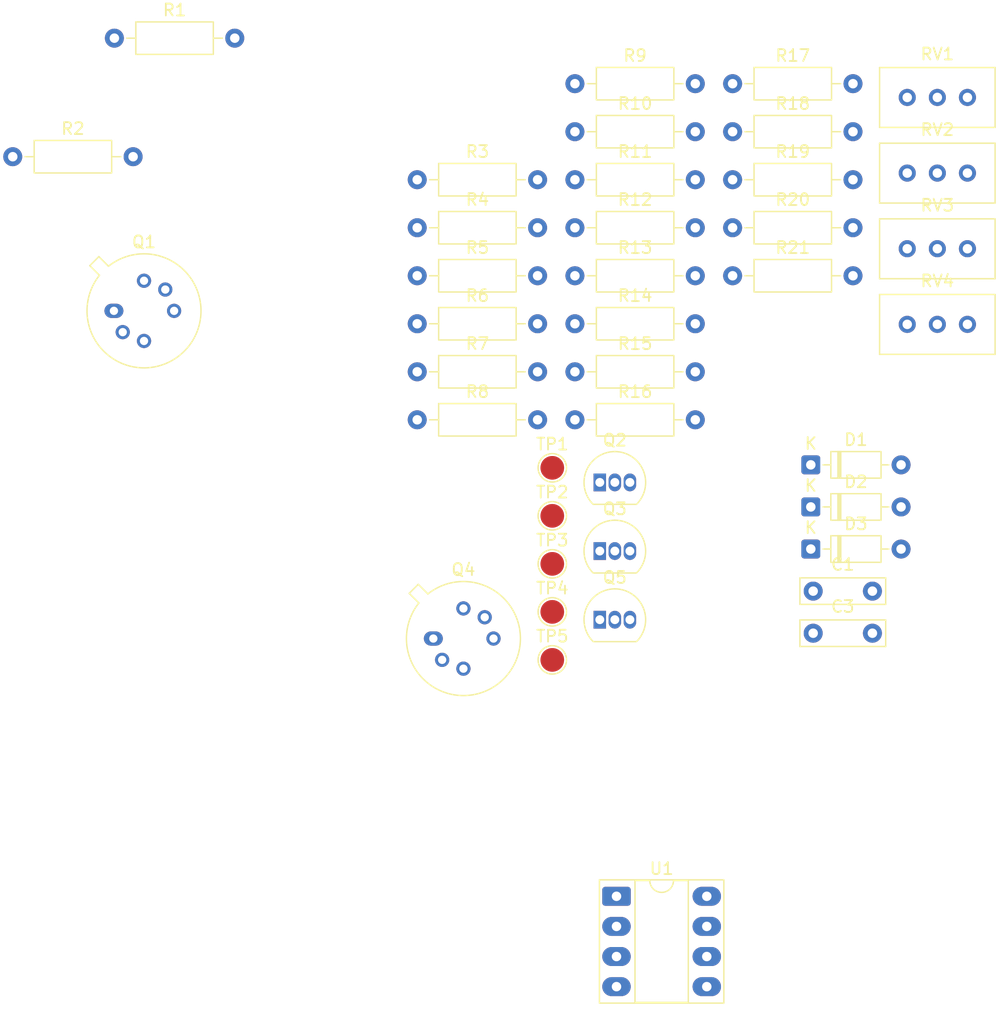
<source format=kicad_pcb>
(kicad_pcb (version 20241229) (generator "pcbnew") (generator_version "9.0")
  (layers (0 "F.Cu" signal) (2 "B.Cu" signal) (13 "F.Paste" user) (15 "B.Paste" user) (5 "F.SilkS" user "F.Silkscreen") (7 "B.SilkS" user "B.Silkscreen") (1 "F.Mask" user) (3 "B.Mask" user) (25 "Edge.Cuts" user))
  (net 0 "")
  (net 1 "+12V")
  (net 2 "-12V")
  (net 3 "Net-(D1-A)")
  (net 4 "Net-(D1-K)")
  (net 5 "Net-(D2-K)")
  (net 6 "GND")
  (net 7 "Net-(Q1B-C2)")
  (net 8 "Net-(Q1B-E2)")
  (net 9 "Net-(Q1A-C1)")
  (net 10 "Net-(Q1A-E1)")
  (net 11 "Net-(Q1B-B2)")
  (net 12 "Net-(Q1A-B1)")
  (net 13 "Net-(Q2-C)")
  (net 16 "Net-(Q3-E)")
  (net 17 "Net-(Q4B-B2)")
  (net 18 "Net-(Q4A-B1)")
  (net 19 "Net-(Q4A-E1)")
  (net 20 "Net-(Q4B-E2)")
  (net 21 "Net-(Q4B-C2)")
  (net 22 "Net-(Q4A-C1)")
  (net 25 "Net-(Q5-C)")
  (net 26 "Net-(R3-Pad2)")
  (net 27 "Net-(R4-Pad1)")
  (net 28 "Net-(R5-Pad1)")
  (net 29 "Net-(R6-Pad1)")
  (net 30 "Net-(R9-Pad2)")
  (net 33 "Net-(R14-Pad1)")
  (net 34 "Net-(R16-Pad1)")
  (net 35 "Net-(R19-Pad2)")
  (net 36 "Net-(R20-Pad2)")
  (net 37 "Net-(R21-Pad1)")
  (footprint "Resistor_THT:R_Axial_DIN0207_L6.3mm_D2.5mm_P10.16mm_Horizontal" (layer "F.Cu") (at 63.56 96.99)
    (property "Reference" "R4" (at 5.08 -2.37 0) (layer "F.SilkS"))
    (property "Value" "10k")
    (fp_line (start 1.04 0) (end 1.81 0) (stroke (width 0.12)) (layer "F.SilkS"))
    (fp_line (start 9.12 0) (end 8.35 0) (stroke (width 0.12)) (layer "F.SilkS"))
    (fp_rect (start 1.81 -1.37) (end 8.35 1.37) (stroke (width 0.12)) (fill no) (layer "F.SilkS"))
    (pad "1" thru_hole circle (at 0 0) (size 1.6 1.6) (drill 0.8) (layers "*.Cu" "*.Mask") (net 27 "Net-(R4-Pad1)"))
    (pad "2" thru_hole circle (at 10.16 0) (size 1.6 1.6) (drill 0.8) (layers "*.Cu" "*.Mask") (net 2 "-12V"))
  )
  (footprint "Resistor_THT:R_Axial_DIN0207_L6.3mm_D2.5mm_P10.16mm_Horizontal" (layer "F.Cu") (at 90.18 84.84)
    (property "Reference" "R17" (at 5.08 -2.37 0) (layer "F.SilkS"))
    (property "Value" "4.7")
    (fp_line (start 1.04 0) (end 1.81 0) (stroke (width 0.12)) (layer "F.SilkS"))
    (fp_line (start 9.12 0) (end 8.35 0) (stroke (width 0.12)) (layer "F.SilkS"))
    (fp_rect (start 1.81 -1.37) (end 8.35 1.37) (stroke (width 0.12)) (fill no) (layer "F.SilkS"))
    (pad "1" thru_hole circle (at 0 0) (size 1.6 1.6) (drill 0.8) (layers "*.Cu" "*.Mask") (net 20 "Net-(Q4B-E2)"))
    (pad "2" thru_hole circle (at 10.16 0) (size 1.6 1.6) (drill 0.8) (layers "*.Cu" "*.Mask") (net 25 "Net-(Q5-C)"))
  )
  (footprint "Resistor_THT:R_Axial_DIN0207_L6.3mm_D2.5mm_P10.16mm_Horizontal" (layer "F.Cu") (at 63.56 105.09)
    (property "Reference" "R6" (at 5.08 -2.37 0) (layer "F.SilkS"))
    (property "Value" "10k")
    (fp_line (start 1.04 0) (end 1.81 0) (stroke (width 0.12)) (layer "F.SilkS"))
    (fp_line (start 9.12 0) (end 8.35 0) (stroke (width 0.12)) (layer "F.SilkS"))
    (fp_rect (start 1.81 -1.37) (end 8.35 1.37) (stroke (width 0.12)) (fill no) (layer "F.SilkS"))
    (pad "1" thru_hole circle (at 0 0) (size 1.6 1.6) (drill 0.8) (layers "*.Cu" "*.Mask") (net 29 "Net-(R6-Pad1)"))
    (pad "2" thru_hole circle (at 10.16 0) (size 1.6 1.6) (drill 0.8) (layers "*.Cu" "*.Mask") (net 7 "Net-(Q1B-C2)"))
  )
  (footprint "Package_TO_SOT_THT:TO-92_Inline" (layer "F.Cu") (at 78.97 124.26)
    (property "Reference" "Q3" (at 1.27 -3.56 0) (layer "F.SilkS"))
    (property "Value" "BC548")
    (fp_line (start -0.53 1.85) (end 3.07 1.85) (stroke (width 0.12)) (layer "F.SilkS"))
    (fp_arc (start -0.568478 1.838478) (mid -1.132087 -0.994977) (end 1.27 -2.6) (stroke (width 0.12)) (layer "F.SilkS"))
    (fp_arc (start 1.27 -2.6) (mid 3.672087 -0.994977) (end 3.108478 1.838478) (stroke (width 0.12)) (layer "F.SilkS"))
    (pad "1" thru_hole rect (at 0 0) (size 1.05 1.5) (drill 0.75) (layers "*.Cu" "*.Mask") (net 1 "+12V"))
    (pad "2" thru_hole oval (at 1.27 0) (size 1.05 1.5) (drill 0.75) (layers "*.Cu" "*.Mask") (net 3 "Net-(D1-A)"))
    (pad "3" thru_hole oval (at 2.54 0) (size 1.05 1.5) (drill 0.75) (layers "*.Cu" "*.Mask") (net 16 "Net-(Q3-E)"))
  )
  (footprint "Resistor_THT:R_Axial_DIN0207_L6.3mm_D2.5mm_P10.16mm_Horizontal" (layer "F.Cu") (at 76.87 101.04)
    (property "Reference" "R13" (at 5.08 -2.37 0) (layer "F.SilkS"))
    (property "Value" "47")
    (fp_line (start 1.04 0) (end 1.81 0) (stroke (width 0.12)) (layer "F.SilkS"))
    (fp_line (start 9.12 0) (end 8.35 0) (stroke (width 0.12)) (layer "F.SilkS"))
    (fp_rect (start 1.81 -1.37) (end 8.35 1.37) (stroke (width 0.12)) (fill no) (layer "F.SilkS"))
    (pad "1" thru_hole circle (at 0 0) (size 1.6 1.6) (drill 0.8) (layers "*.Cu" "*.Mask") (net 18 "Net-(Q4A-B1)"))
    (pad "2" thru_hole circle (at 10.16 0) (size 1.6 1.6) (drill 0.8) (layers "*.Cu" "*.Mask") (net 6 "GND"))
  )
  (footprint "Potentiometer_THT:Potentiometer_Bourns_3296W_Vertical" (layer "F.Cu") (at 110 98.76)
    (property "Reference" "RV3" (at -2.54 -3.66 0) (layer "F.SilkS"))
    (property "Value" "500")
    (fp_line (start -7.415 -2.52) (end 2.335 -2.52) (stroke (width 0.12)) (layer "F.SilkS"))
    (fp_line (start -7.415 2.53) (end -7.415 -2.52) (stroke (width 0.12)) (layer "F.SilkS"))
    (fp_line (start 2.335 -2.52) (end 2.335 2.53) (stroke (width 0.12)) (layer "F.SilkS"))
    (fp_line (start 2.335 2.53) (end -7.415 2.53) (stroke (width 0.12)) (layer "F.SilkS"))
    (pad "1" thru_hole circle (at 0 0) (size 1.44 1.44) (drill 0.8) (layers "*.Cu" "*.Mask") (net 34 "Net-(R16-Pad1)"))
    (pad "2" thru_hole circle (at -2.54 0) (size 1.44 1.44) (drill 0.8) (layers "*.Cu" "*.Mask") (net 16 "Net-(Q3-E)"))
    (pad "3" thru_hole circle (at -5.08 0) (size 1.44 1.44) (drill 0.8) (layers "*.Cu" "*.Mask") (net 33 "Net-(R14-Pad1)"))
  )
  (footprint "Potentiometer_THT:Potentiometer_Bourns_3296W_Vertical" (layer "F.Cu") (at 110 105.14)
    (property "Reference" "RV4" (at -2.54 -3.66 0) (layer "F.SilkS"))
    (property "Value" "500")
    (fp_line (start -7.415 -2.52) (end 2.335 -2.52) (stroke (width 0.12)) (layer "F.SilkS"))
    (fp_line (start -7.415 2.53) (end -7.415 -2.52) (stroke (width 0.12)) (layer "F.SilkS"))
    (fp_line (start 2.335 -2.52) (end 2.335 2.53) (stroke (width 0.12)) (layer "F.SilkS"))
    (fp_line (start 2.335 2.53) (end -7.415 2.53) (stroke (width 0.12)) (layer "F.SilkS"))
    (pad "1" thru_hole circle (at 0 0) (size 1.44 1.44) (drill 0.8) (layers "*.Cu" "*.Mask") (net 36 "Net-(R20-Pad2)"))
    (pad "2" thru_hole circle (at -2.54 0) (size 1.44 1.44) (drill 0.8) (layers "*.Cu" "*.Mask") (net 35 "Net-(R19-Pad2)"))
    (pad "3" thru_hole circle (at -5.08 0) (size 1.44 1.44) (drill 0.8) (layers "*.Cu" "*.Mask") (net 37 "Net-(R21-Pad1)"))
  )
  (footprint "TestPoint:TestPoint_Pad_D2.0mm" (layer "F.Cu") (at 74.96 129.39)
    (property "Reference" "TP4" (at 0 -1.998 0) (layer "F.SilkS"))
    (property "Value" "TestPoint")
    (fp_circle (center 0 0) (end 0 1.2) (stroke (width 0.12)) (fill no) (layer "F.SilkS"))
    (pad "1" smd circle (at 0 0) (size 2 2) (layers "F.Cu" "F.Mask") (net 6 "GND"))
  )
  (footprint "Capacitor_THT:C_Rect_L7.0mm_W2.0mm_P5.00mm" (layer "F.Cu") (at 96.98 127.64)
    (property "Reference" "C1" (at 2.5 -2.25 0) (layer "F.SilkS"))
    (property "Value" "10n")
    (fp_line (start -1.12 -1.12) (end 6.12 -1.12) (stroke (width 0.12)) (layer "F.SilkS"))
    (fp_line (start -1.12 1.12) (end -1.12 -1.12) (stroke (width 0.12)) (layer "F.SilkS"))
    (fp_line (start 6.12 -1.12) (end 6.12 1.12) (stroke (width 0.12)) (layer "F.SilkS"))
    (fp_line (start 6.12 1.12) (end -1.12 1.12) (stroke (width 0.12)) (layer "F.SilkS"))
    (pad "1" thru_hole circle (at 0 0) (size 1.6 1.6) (drill 0.8) (layers "*.Cu" "*.Mask") (net 1 "+12V"))
    (pad "2" thru_hole circle (at 5 0) (size 1.6 1.6) (drill 0.8) (layers "*.Cu" "*.Mask") (net 2 "-12V"))
  )
  (footprint "Resistor_THT:R_Axial_DIN0207_L6.3mm_D2.5mm_P10.16mm_Horizontal" (layer "F.Cu") (at 76.87 88.89)
    (property "Reference" "R10" (at 5.08 -2.37 0) (layer "F.SilkS"))
    (property "Value" "47")
    (fp_line (start 1.04 0) (end 1.81 0) (stroke (width 0.12)) (layer "F.SilkS"))
    (fp_line (start 9.12 0) (end 8.35 0) (stroke (width 0.12)) (layer "F.SilkS"))
    (fp_rect (start 1.81 -1.37) (end 8.35 1.37) (stroke (width 0.12)) (fill no) (layer "F.SilkS"))
    (pad "1" thru_hole circle (at 0 0) (size 1.6 1.6) (drill 0.8) (layers "*.Cu" "*.Mask") (net 12 "Net-(Q1A-B1)"))
    (pad "2" thru_hole circle (at 10.16 0) (size 1.6 1.6) (drill 0.8) (layers "*.Cu" "*.Mask") (net 6 "GND"))
  )
  (footprint "Capacitor_THT:C_Rect_L7.0mm_W2.0mm_P5.00mm" (layer "F.Cu") (at 96.98 131.19)
    (property "Reference" "C3" (at 2.5 -2.25 0) (layer "F.SilkS"))
    (property "Value" "100n")
    (fp_line (start -1.12 -1.12) (end 6.12 -1.12) (stroke (width 0.12)) (layer "F.SilkS"))
    (fp_line (start -1.12 1.12) (end -1.12 -1.12) (stroke (width 0.12)) (layer "F.SilkS"))
    (fp_line (start 6.12 -1.12) (end 6.12 1.12) (stroke (width 0.12)) (layer "F.SilkS"))
    (fp_line (start 6.12 1.12) (end -1.12 1.12) (stroke (width 0.12)) (layer "F.SilkS"))
    (pad "1" thru_hole circle (at 0 0) (size 1.6 1.6) (drill 0.8) (layers "*.Cu" "*.Mask") (net 1 "+12V"))
    (pad "2" thru_hole circle (at 5 0) (size 1.6 1.6) (drill 0.8) (layers "*.Cu" "*.Mask") (net 2 "-12V"))
  )
  (footprint "Package_TO_SOT_THT:TO-92_Inline" (layer "F.Cu") (at 78.97 118.47)
    (property "Reference" "Q2" (at 1.27 -3.56 0) (layer "F.SilkS"))
    (property "Value" "BC548")
    (fp_line (start -0.53 1.85) (end 3.07 1.85) (stroke (width 0.12)) (layer "F.SilkS"))
    (fp_arc (start -0.568478 1.838478) (mid -1.132087 -0.994977) (end 1.27 -2.6) (stroke (width 0.12)) (layer "F.SilkS"))
    (fp_arc (start 1.27 -2.6) (mid 3.672087 -0.994977) (end 3.108478 1.838478) (stroke (width 0.12)) (layer "F.SilkS"))
    (pad "1" thru_hole rect (at 0 0) (size 1.05 1.5) (drill 0.75) (layers "*.Cu" "*.Mask") (net 13 "Net-(Q2-C)"))
    (pad "2" thru_hole oval (at 1.27 0) (size 1.05 1.5) (drill 0.75) (layers "*.Cu" "*.Mask"))
    (pad "3" thru_hole oval (at 2.54 0) (size 1.05 1.5) (drill 0.75) (layers "*.Cu" "*.Mask"))
  )
  (footprint "Resistor_THT:R_Axial_DIN0207_L6.3mm_D2.5mm_P10.16mm_Horizontal" (layer "F.Cu") (at 63.56 113.19)
    (property "Reference" "R8" (at 5.08 -2.37 0) (layer "F.SilkS"))
    (property "Value" "4.7k")
    (fp_line (start 1.04 0) (end 1.81 0) (stroke (width 0.12)) (layer "F.SilkS"))
    (fp_line (start 9.12 0) (end 8.35 0) (stroke (width 0.12)) (layer "F.SilkS"))
    (fp_rect (start 1.81 -1.37) (end 8.35 1.37) (stroke (width 0.12)) (fill no) (layer "F.SilkS"))
    (pad "1" thru_hole circle (at 0 0) (size 1.6 1.6) (drill 0.8) (layers "*.Cu" "*.Mask") (net 11 "Net-(Q1B-B2)"))
    (pad "2" thru_hole circle (at 10.16 0) (size 1.6 1.6) (drill 0.8) (layers "*.Cu" "*.Mask") (net 6 "GND"))
  )
  (footprint "Resistor_THT:R_Axial_DIN0207_L6.3mm_D2.5mm_P10.16mm_Horizontal" (layer "F.Cu") (at 90.18 88.89)
    (property "Reference" "R18" (at 5.08 -2.37 0) (layer "F.SilkS"))
    (property "Value" "4.7k")
    (fp_line (start 1.04 0) (end 1.81 0) (stroke (width 0.12)) (layer "F.SilkS"))
    (fp_line (start 9.12 0) (end 8.35 0) (stroke (width 0.12)) (layer "F.SilkS"))
    (fp_rect (start 1.81 -1.37) (end 8.35 1.37) (stroke (width 0.12)) (fill no) (layer "F.SilkS"))
    (pad "1" thru_hole circle (at 0 0) (size 1.6 1.6) (drill 0.8) (layers "*.Cu" "*.Mask") (net 17 "Net-(Q4B-B2)"))
    (pad "2" thru_hole circle (at 10.16 0) (size 1.6 1.6) (drill 0.8) (layers "*.Cu" "*.Mask") (net 6 "GND"))
  )
  (footprint "TestPoint:TestPoint_Pad_D2.0mm" (layer "F.Cu") (at 74.96 133.44)
    (property "Reference" "TP5" (at 0 -1.998 0) (layer "F.SilkS"))
    (property "Value" "TestPoint")
    (fp_circle (center 0 0) (end 0 1.2) (stroke (width 0.12)) (fill no) (layer "F.SilkS"))
    (pad "1" smd circle (at 0 0) (size 2 2) (layers "F.Cu" "F.Mask") (net 6 "GND"))
  )
  (footprint "Resistor_THT:R_Axial_DIN0207_L6.3mm_D2.5mm_P10.16mm_Horizontal" (layer "F.Cu") (at 76.87 92.94)
    (property "Reference" "R11" (at 5.08 -2.37 0) (layer "F.SilkS"))
    (property "Value" "47k")
    (fp_line (start 1.04 0) (end 1.81 0) (stroke (width 0.12)) (layer "F.SilkS"))
    (fp_line (start 9.12 0) (end 8.35 0) (stroke (width 0.12)) (layer "F.SilkS"))
    (fp_rect (start 1.81 -1.37) (end 8.35 1.37) (stroke (width 0.12)) (fill no) (layer "F.SilkS"))
    (pad "1" thru_hole circle (at 0 0) (size 1.6 1.6) (drill 0.8) (layers "*.Cu" "*.Mask"))
    (pad "2" thru_hole circle (at 10.16 0) (size 1.6 1.6) (drill 0.8) (layers "*.Cu" "*.Mask") (net 12 "Net-(Q1A-B1)"))
  )
  (footprint "TestPoint:TestPoint_Pad_D2.0mm" (layer "F.Cu") (at 74.96 125.34)
    (property "Reference" "TP3" (at 0 -1.998 0) (layer "F.SilkS"))
    (property "Value" "TestPoint")
    (fp_circle (center 0 0) (end 0 1.2) (stroke (width 0.12)) (fill no) (layer "F.SilkS"))
    (pad "1" smd circle (at 0 0) (size 2 2) (layers "F.Cu" "F.Mask") (net 6 "GND"))
  )
  (footprint "Resistor_THT:R_Axial_DIN0207_L6.3mm_D2.5mm_P10.16mm_Horizontal" (layer "F.Cu") (at 90.18 101.04)
    (property "Reference" "R21" (at 5.08 -2.37 0) (layer "F.SilkS"))
    (property "Value" "10k")
    (fp_line (start 1.04 0) (end 1.81 0) (stroke (width 0.12)) (layer "F.SilkS"))
    (fp_line (start 9.12 0) (end 8.35 0) (stroke (width 0.12)) (layer "F.SilkS"))
    (fp_rect (start 1.81 -1.37) (end 8.35 1.37) (stroke (width 0.12)) (fill no) (layer "F.SilkS"))
    (pad "1" thru_hole circle (at 0 0) (size 1.6 1.6) (drill 0.8) (layers "*.Cu" "*.Mask") (net 37 "Net-(R21-Pad1)"))
    (pad "2" thru_hole circle (at 10.16 0) (size 1.6 1.6) (drill 0.8) (layers "*.Cu" "*.Mask") (net 2 "-12V"))
  )
  (footprint "Resistor_THT:R_Axial_DIN0207_L6.3mm_D2.5mm_P10.16mm_Horizontal" (layer "F.Cu") (at 76.87 109.14)
    (property "Reference" "R15" (at 5.08 -2.37 0) (layer "F.SilkS"))
    (property "Value" "4.7")
    (fp_line (start 1.04 0) (end 1.81 0) (stroke (width 0.12)) (layer "F.SilkS"))
    (fp_line (start 9.12 0) (end 8.35 0) (stroke (width 0.12)) (layer "F.SilkS"))
    (fp_rect (start 1.81 -1.37) (end 8.35 1.37) (stroke (width 0.12)) (fill no) (layer "F.SilkS"))
    (pad "1" thru_hole circle (at 0 0) (size 1.6 1.6) (drill 0.8) (layers "*.Cu" "*.Mask") (net 19 "Net-(Q4A-E1)"))
    (pad "2" thru_hole circle (at 10.16 0) (size 1.6 1.6) (drill 0.8) (layers "*.Cu" "*.Mask") (net 25 "Net-(Q5-C)"))
  )
  (footprint "Resistor_THT:R_Axial_DIN0207_L6.3mm_D2.5mm_P10.16mm_Horizontal" (layer "F.Cu") (at 29.42 91)
    (property "Reference" "R2" (at 5.08 -2.37 0) (layer "F.SilkS"))
    (property "Value" "4.7")
    (fp_line (start 1.04 0) (end 1.81 0) (stroke (width 0.12)) (layer "F.SilkS"))
    (fp_line (start 9.12 0) (end 8.35 0) (stroke (width 0.12)) (layer "F.SilkS"))
    (fp_rect (start 1.81 -1.37) (end 8.35 1.37) (stroke (width 0.12)) (fill no) (layer "F.SilkS"))
    (pad "1" thru_hole circle (at 0 0) (size 1.6 1.6) (drill 0.8) (layers "*.Cu" "*.Mask") (net 8 "Net-(Q1B-E2)"))
    (pad "2" thru_hole circle (at 10.16 0) (size 1.6 1.6) (drill 0.8) (layers "*.Cu" "*.Mask") (net 13 "Net-(Q2-C)"))
  )
  (footprint "Resistor_THT:R_Axial_DIN0207_L6.3mm_D2.5mm_P10.16mm_Horizontal" (layer "F.Cu") (at 76.87 113.19)
    (property "Reference" "R16" (at 5.08 -2.37 0) (layer "F.SilkS"))
    (property "Value" "10k")
    (fp_line (start 1.04 0) (end 1.81 0) (stroke (width 0.12)) (layer "F.SilkS"))
    (fp_line (start 9.12 0) (end 8.35 0) (stroke (width 0.12)) (layer "F.SilkS"))
    (fp_rect (start 1.81 -1.37) (end 8.35 1.37) (stroke (width 0.12)) (fill no) (layer "F.SilkS"))
    (pad "1" thru_hole circle (at 0 0) (size 1.6 1.6) (drill 0.8) (layers "*.Cu" "*.Mask") (net 34 "Net-(R16-Pad1)"))
    (pad "2" thru_hole circle (at 10.16 0) (size 1.6 1.6) (drill 0.8) (layers "*.Cu" "*.Mask") (net 21 "Net-(Q4B-C2)"))
  )
  (footprint "Diode_THT:D_DO-35_SOD27_P7.62mm_Horizontal" (layer "F.Cu") (at 96.78 120.54)
    (property "Reference" "D2" (at 3.81 -2.12 0) (layer "F.SilkS"))
    (property "Value" "1N4148")
    (fp_line (start 1.04 0) (end 1.69 0) (stroke (width 0.12)) (layer "F.SilkS"))
    (fp_line (start 2.29 -1.12) (end 2.29 1.12) (stroke (width 0.12)) (layer "F.SilkS"))
    (fp_line (start 2.41 -1.12) (end 2.41 1.12) (stroke (width 0.12)) (layer "F.SilkS"))
    (fp_line (start 2.53 -1.12) (end 2.53 1.12) (stroke (width 0.12)) (layer "F.SilkS"))
    (fp_line (start 6.58 0) (end 5.93 0) (stroke (width 0.12)) (layer "F.SilkS"))
    (fp_rect (start 1.69 -1.12) (end 5.93 1.12) (stroke (width 0.12)) (fill no) (layer "F.SilkS"))
    (fp_text user "K" (at 0 -1.8 0) (layer "F.SilkS"))
    (pad "1" thru_hole roundrect (at 0 0) (size 1.6 1.6) (drill 0.8) (layers "*.Cu" "*.Mask") (roundrect_rratio 0.15625) (net 5 "Net-(D2-K)"))
    (pad "2" thru_hole circle (at 7.62 0) (size 1.6 1.6) (drill 0.8) (layers "*.Cu" "*.Mask") (net 4 "Net-(D1-K)"))
  )
  (footprint "Diode_THT:D_DO-35_SOD27_P7.62mm_Horizontal" (layer "F.Cu") (at 96.78 116.99)
    (property "Reference" "D1" (at 3.81 -2.12 0) (layer "F.SilkS"))
    (property "Value" "1N4148")
    (fp_line (start 1.04 0) (end 1.69 0) (stroke (width 0.12)) (layer "F.SilkS"))
    (fp_line (start 2.29 -1.12) (end 2.29 1.12) (stroke (width 0.12)) (layer "F.SilkS"))
    (fp_line (start 2.41 -1.12) (end 2.41 1.12) (stroke (width 0.12)) (layer "F.SilkS"))
    (fp_line (start 2.53 -1.12) (end 2.53 1.12) (stroke (width 0.12)) (layer "F.SilkS"))
    (fp_line (start 6.58 0) (end 5.93 0) (stroke (width 0.12)) (layer "F.SilkS"))
    (fp_rect (start 1.69 -1.12) (end 5.93 1.12) (stroke (width 0.12)) (fill no) (layer "F.SilkS"))
    (fp_text user "K" (at 0 -1.8 0) (layer "F.SilkS"))
    (pad "1" thru_hole roundrect (at 0 0) (size 1.6 1.6) (drill 0.8) (layers "*.Cu" "*.Mask") (roundrect_rratio 0.15625) (net 4 "Net-(D1-K)"))
    (pad "2" thru_hole circle (at 7.62 0) (size 1.6 1.6) (drill 0.8) (layers "*.Cu" "*.Mask") (net 3 "Net-(D1-A)"))
  )
  (footprint "Potentiometer_THT:Potentiometer_Bourns_3296W_Vertical" (layer "F.Cu") (at 110 86)
    (property "Reference" "RV1" (at -2.54 -3.66 0) (layer "F.SilkS"))
    (property "Value" "500")
    (fp_line (start -7.415 -2.52) (end 2.335 -2.52) (stroke (width 0.12)) (layer "F.SilkS"))
    (fp_line (start -7.415 2.53) (end -7.415 -2.52) (stroke (width 0.12)) (layer "F.SilkS"))
    (fp_line (start 2.335 -2.52) (end 2.335 2.53) (stroke (width 0.12)) (layer "F.SilkS"))
    (fp_line (start 2.335 2.53) (end -7.415 2.53) (stroke (width 0.12)) (layer "F.SilkS"))
    (pad "1" thru_hole circle (at 0 0) (size 1.44 1.44) (drill 0.8) (layers "*.Cu" "*.Mask") (net 26 "Net-(R3-Pad2)"))
    (pad "2" thru_hole circle (at -2.54 0) (size 1.44 1.44) (drill 0.8) (layers "*.Cu" "*.Mask") (net 30 "Net-(R9-Pad2)"))
    (pad "3" thru_hole circle (at -5.08 0) (size 1.44 1.44) (drill 0.8) (layers "*.Cu" "*.Mask") (net 27 "Net-(R4-Pad1)"))
  )
  (footprint "Resistor_THT:R_Axial_DIN0207_L6.3mm_D2.5mm_P10.16mm_Horizontal" (layer "F.Cu") (at 76.87 105.09)
    (property "Reference" "R14" (at 5.08 -2.37 0) (layer "F.SilkS"))
    (property "Value" "10k")
    (fp_line (start 1.04 0) (end 1.81 0) (stroke (width 0.12)) (layer "F.SilkS"))
    (fp_line (start 9.12 0) (end 8.35 0) (stroke (width 0.12)) (layer "F.SilkS"))
    (fp_rect (start 1.81 -1.37) (end 8.35 1.37) (stroke (width 0.12)) (fill no) (layer "F.SilkS"))
    (pad "1" thru_hole circle (at 0 0) (size 1.6 1.6) (drill 0.8) (layers "*.Cu" "*.Mask") (net 33 "Net-(R14-Pad1)"))
    (pad "2" thru_hole circle (at 10.16 0) (size 1.6 1.6) (drill 0.8) (layers "*.Cu" "*.Mask") (net 22 "Net-(Q4A-C1)"))
  )
  (footprint "Package_DIP:DIP-8_W7.62mm_Socket_LongPads" (layer "F.Cu") (at 80.38 153.38)
    (property "Reference" "U1" (at 3.81 -2.33 0) (layer "F.SilkS"))
    (property "Value" "OP275")
    (fp_line (start 1.56 -1.33) (end 1.56 8.95) (stroke (width 0.12)) (layer "F.SilkS"))
    (fp_line (start 1.56 8.95) (end 6.06 8.95) (stroke (width 0.12)) (layer "F.SilkS"))
    (fp_line (start 2.81 -1.33) (end 1.56 -1.33) (stroke (width 0.12)) (layer "F.SilkS"))
    (fp_line (start 6.06 -1.33) (end 4.81 -1.33) (stroke (width 0.12)) (layer "F.SilkS"))
    (fp_line (start 6.06 8.95) (end 6.06 -1.33) (stroke (width 0.12)) (layer "F.SilkS"))
    (fp_rect (start -1.44 -1.39) (end 9.06 9.01) (stroke (width 0.12)) (fill no) (layer "F.SilkS"))
    (fp_arc (start 4.81 -1.33) (mid 3.81 -0.33) (end 2.81 -1.33) (stroke (width 0.12)) (layer "F.SilkS"))
    (pad "1" thru_hole roundrect (at 0 0) (size 2.4 1.6) (drill 0.8) (layers "*.Cu" "*.Mask") (roundrect_rratio 0.15625))
    (pad "2" thru_hole oval (at 0 2.54) (size 2.4 1.6) (drill 0.8) (layers "*.Cu" "*.Mask"))
    (pad "3" thru_hole oval (at 0 5.08) (size 2.4 1.6) (drill 0.8) (layers "*.Cu" "*.Mask"))
    (pad "4" thru_hole oval (at 0 7.62) (size 2.4 1.6) (drill 0.8) (layers "*.Cu" "*.Mask") (net 2 "-12V"))
    (pad "5" thru_hole oval (at 7.62 7.62) (size 2.4 1.6) (drill 0.8) (layers "*.Cu" "*.Mask"))
    (pad "6" thru_hole oval (at 7.62 5.08) (size 2.4 1.6) (drill 0.8) (layers "*.Cu" "*.Mask"))
    (pad "7" thru_hole oval (at 7.62 2.54) (size 2.4 1.6) (drill 0.8) (layers "*.Cu" "*.Mask"))
    (pad "8" thru_hole oval (at 7.62 0) (size 2.4 1.6) (drill 0.8) (layers "*.Cu" "*.Mask") (net 1 "+12V"))
  )
  (footprint "Resistor_THT:R_Axial_DIN0207_L6.3mm_D2.5mm_P10.16mm_Horizontal" (layer "F.Cu") (at 90.18 92.94)
    (property "Reference" "R19" (at 5.08 -2.37 0) (layer "F.SilkS"))
    (property "Value" "220k")
    (fp_line (start 1.04 0) (end 1.81 0) (stroke (width 0.12)) (layer "F.SilkS"))
    (fp_line (start 9.12 0) (end 8.35 0) (stroke (width 0.12)) (layer "F.SilkS"))
    (fp_rect (start 1.81 -1.37) (end 8.35 1.37) (stroke (width 0.12)) (fill no) (layer "F.SilkS"))
    (pad "1" thru_hole circle (at 0 0) (size 1.6 1.6) (drill 0.8) (layers "*.Cu" "*.Mask") (net 17 "Net-(Q4B-B2)"))
    (pad "2" thru_hole circle (at 10.16 0) (size 1.6 1.6) (drill 0.8) (layers "*.Cu" "*.Mask") (net 35 "Net-(R19-Pad2)"))
  )
  (footprint "Resistor_THT:R_Axial_DIN0207_L6.3mm_D2.5mm_P10.16mm_Horizontal" (layer "F.Cu") (at 90.18 96.99)
    (property "Reference" "R20" (at 5.08 -2.37 0) (layer "F.SilkS"))
    (property "Value" "10k")
    (fp_line (start 1.04 0) (end 1.81 0) (stroke (width 0.12)) (layer "F.SilkS"))
    (fp_line (start 9.12 0) (end 8.35 0) (stroke (width 0.12)) (layer "F.SilkS"))
    (fp_rect (start 1.81 -1.37) (end 8.35 1.37) (stroke (width 0.12)) (fill no) (layer "F.SilkS"))
    (pad "1" thru_hole circle (at 0 0) (size 1.6 1.6) (drill 0.8) (layers "*.Cu" "*.Mask") (net 1 "+12V"))
    (pad "2" thru_hole circle (at 10.16 0) (size 1.6 1.6) (drill 0.8) (layers "*.Cu" "*.Mask") (net 36 "Net-(R20-Pad2)"))
  )
  (footprint "Resistor_THT:R_Axial_DIN0207_L6.3mm_D2.5mm_P10.16mm_Horizontal" (layer "F.Cu") (at 76.87 96.99)
    (property "Reference" "R12" (at 5.08 -2.37 0) (layer "F.SilkS"))
    (property "Value" "47k")
    (fp_line (start 1.04 0) (end 1.81 0) (stroke (width 0.12)) (layer "F.SilkS"))
    (fp_line (start 9.12 0) (end 8.35 0) (stroke (width 0.12)) (layer "F.SilkS"))
    (fp_rect (start 1.81 -1.37) (end 8.35 1.37) (stroke (width 0.12)) (fill no) (layer "F.SilkS"))
    (pad "1" thru_hole circle (at 0 0) (size 1.6 1.6) (drill 0.8) (layers "*.Cu" "*.Mask"))
    (pad "2" thru_hole circle (at 10.16 0) (size 1.6 1.6) (drill 0.8) (layers "*.Cu" "*.Mask") (net 18 "Net-(Q4A-B1)"))
  )
  (footprint "Resistor_THT:R_Axial_DIN0207_L6.3mm_D2.5mm_P10.16mm_Horizontal" (layer "F.Cu") (at 76.87 84.84)
    (property "Reference" "R9" (at 5.08 -2.37 0) (layer "F.SilkS"))
    (property "Value" "220k")
    (fp_line (start 1.04 0) (end 1.81 0) (stroke (width 0.12)) (layer "F.SilkS"))
    (fp_line (start 9.12 0) (end 8.35 0) (stroke (width 0.12)) (layer "F.SilkS"))
    (fp_rect (start 1.81 -1.37) (end 8.35 1.37) (stroke (width 0.12)) (fill no) (layer "F.SilkS"))
    (pad "1" thru_hole circle (at 0 0) (size 1.6 1.6) (drill 0.8) (layers "*.Cu" "*.Mask") (net 11 "Net-(Q1B-B2)"))
    (pad "2" thru_hole circle (at 10.16 0) (size 1.6 1.6) (drill 0.8) (layers "*.Cu" "*.Mask") (net 30 "Net-(R9-Pad2)"))
  )
  (footprint "TestPoint:TestPoint_Pad_D2.0mm" (layer "F.Cu") (at 74.96 117.24)
    (property "Reference" "TP1" (at 0 -1.998 0) (layer "F.SilkS"))
    (property "Value" "TestPoint")
    (fp_circle (center 0 0) (end 0 1.2) (stroke (width 0.12)) (fill no) (layer "F.SilkS"))
    (pad "1" smd circle (at 0 0) (size 2 2) (layers "F.Cu" "F.Mask") (net 3 "Net-(D1-A)"))
  )
  (footprint "Resistor_THT:R_Axial_DIN0207_L6.3mm_D2.5mm_P10.16mm_Horizontal" (layer "F.Cu") (at 63.56 109.14)
    (property "Reference" "R7" (at 5.08 -2.37 0) (layer "F.SilkS"))
    (property "Value" "10k")
    (fp_line (start 1.04 0) (end 1.81 0) (stroke (width 0.12)) (layer "F.SilkS"))
    (fp_line (start 9.12 0) (end 8.35 0) (stroke (width 0.12)) (layer "F.SilkS"))
    (fp_rect (start 1.81 -1.37) (end 8.35 1.37) (stroke (width 0.12)) (fill no) (layer "F.SilkS"))
    (pad "1" thru_hole circle (at 0 0) (size 1.6 1.6) (drill 0.8) (layers "*.Cu" "*.Mask") (net 1 "+12V"))
    (pad "2" thru_hole circle (at 10.16 0) (size 1.6 1.6) (drill 0.8) (layers "*.Cu" "*.Mask") (net 3 "Net-(D1-A)"))
  )
  (footprint "Diode_THT:D_DO-35_SOD27_P7.62mm_Horizontal" (layer "F.Cu") (at 96.78 124.09)
    (property "Reference" "D3" (at 3.81 -2.12 0) (layer "F.SilkS"))
    (property "Value" "1N4148")
    (fp_line (start 1.04 0) (end 1.69 0) (stroke (width 0.12)) (layer "F.SilkS"))
    (fp_line (start 2.29 -1.12) (end 2.29 1.12) (stroke (width 0.12)) (layer "F.SilkS"))
    (fp_line (start 2.41 -1.12) (end 2.41 1.12) (stroke (width 0.12)) (layer "F.SilkS"))
    (fp_line (start 2.53 -1.12) (end 2.53 1.12) (stroke (width 0.12)) (layer "F.SilkS"))
    (fp_line (start 6.58 0) (end 5.93 0) (stroke (width 0.12)) (layer "F.SilkS"))
    (fp_rect (start 1.69 -1.12) (end 5.93 1.12) (stroke (width 0.12)) (fill no) (layer "F.SilkS"))
    (fp_text user "K" (at 0 -1.8 0) (layer "F.SilkS"))
    (pad "1" thru_hole roundrect (at 0 0) (size 1.6 1.6) (drill 0.8) (layers "*.Cu" "*.Mask") (roundrect_rratio 0.15625) (net 6 "GND"))
    (pad "2" thru_hole circle (at 7.62 0) (size 1.6 1.6) (drill 0.8) (layers "*.Cu" "*.Mask") (net 5 "Net-(D2-K)"))
  )
  (footprint "TestPoint:TestPoint_Pad_D2.0mm" (layer "F.Cu") (at 74.96 121.29)
    (property "Reference" "TP2" (at 0 -1.998 0) (layer "F.SilkS"))
    (property "Value" "TestPoint")
    (fp_circle (center 0 0) (end 0 1.2) (stroke (width 0.12)) (fill no) (layer "F.SilkS"))
    (pad "1" smd circle (at 0 0) (size 2 2) (layers "F.Cu" "F.Mask") (net 6 "GND"))
  )
  (footprint "Package_TO_SOT_THT:TO-92_Inline" (layer "F.Cu") (at 78.97 130.05)
    (property "Reference" "Q5" (at 1.27 -3.56 0) (layer "F.SilkS"))
    (property "Value" "BC548")
    (fp_line (start -0.53 1.85) (end 3.07 1.85) (stroke (width 0.12)) (layer "F.SilkS"))
    (fp_arc (start -0.568478 1.838478) (mid -1.132087 -0.994977) (end 1.27 -2.6) (stroke (width 0.12)) (layer "F.SilkS"))
    (fp_arc (start 1.27 -2.6) (mid 3.672087 -0.994977) (end 3.108478 1.838478) (stroke (width 0.12)) (layer "F.SilkS"))
    (pad "1" thru_hole rect (at 0 0) (size 1.05 1.5) (drill 0.75) (layers "*.Cu" "*.Mask") (net 25 "Net-(Q5-C)"))
    (pad "2" thru_hole oval (at 1.27 0) (size 1.05 1.5) (drill 0.75) (layers "*.Cu" "*.Mask"))
    (pad "3" thru_hole oval (at 2.54 0) (size 1.05 1.5) (drill 0.75) (layers "*.Cu" "*.Mask"))
  )
  (footprint "ProjectLib_Transient:TO-5-6" (layer "F.Cu") (at 64.92 131.64)
    (property "Reference" "Q4" (at 2.54 -5.81 0) (layer "F.SilkS"))
    (property "Value" "2N2978")
    (fp_line (start -2.034693 -3.811018) (end -1.22152 -2.997844) (stroke (width 0.12)) (layer "F.SilkS"))
    (fp_line (start -1.271018 -4.574693) (end -2.034693 -3.811018) (stroke (width 0.12)) (layer "F.SilkS"))
    (fp_line (start -0.457844 -3.76152) (end -1.271018 -4.574693) (stroke (width 0.12)) (layer "F.SilkS"))
    (fp_arc (start -0.457844 -3.76152) (mid 5.941184 3.401184) (end -1.22152 -2.997844) (stroke (width 0.12)) (layer "F.SilkS"))
    (pad "1" thru_hole oval (at 0 0) (size 1.6 1.2) (drill 0.7) (layers "*.Cu" "*.Mask") (net 19 "Net-(Q4A-E1)"))
    (pad "2" thru_hole circle (at 0.743949 1.796051) (size 1.2 1.2) (drill 0.7) (layers "*.Cu" "*.Mask") (net 18 "Net-(Q4A-B1)"))
    (pad "3" thru_hole circle (at 2.54 2.54) (size 1.2 1.2) (drill 0.7) (layers "*.Cu" "*.Mask") (net 22 "Net-(Q4A-C1)"))
    (pad "5" thru_hole circle (at 5.08 0) (size 1.2 1.2) (drill 0.7) (layers "*.Cu" "*.Mask") (net 20 "Net-(Q4B-E2)"))
    (pad "6" thru_hole circle (at 4.336051 -1.796051) (size 1.2 1.2) (drill 0.7) (layers "*.Cu" "*.Mask") (net 17 "Net-(Q4B-B2)"))
    (pad "7" thru_hole circle (at 2.54 -2.54) (size 1.2 1.2) (drill 0.7) (layers "*.Cu" "*.Mask") (net 21 "Net-(Q4B-C2)"))
  )
  (footprint "ProjectLib_Transient:TO-5-6" (layer "F.Cu") (at 37.96 104)
    (property "Reference" "Q1" (at 2.54 -5.81 0) (layer "F.SilkS"))
    (property "Value" "2N2978")
    (fp_line (start -2.034693 -3.811018) (end -1.22152 -2.997844) (stroke (width 0.12)) (layer "F.SilkS"))
    (fp_line (start -1.271018 -4.574693) (end -2.034693 -3.811018) (stroke (width 0.12)) (layer "F.SilkS"))
    (fp_line (start -0.457844 -3.76152) (end -1.271018 -4.574693) (stroke (width 0.12)) (layer "F.SilkS"))
    (fp_arc (start -0.457844 -3.76152) (mid 5.941184 3.401184) (end -1.22152 -2.997844) (stroke (width 0.12)) (layer "F.SilkS"))
    (pad "1" thru_hole oval (at 0 0) (size 1.6 1.2) (drill 0.7) (layers "*.Cu" "*.Mask") (net 10 "Net-(Q1A-E1)"))
    (pad "2" thru_hole circle (at 0.743949 1.796051) (size 1.2 1.2) (drill 0.7) (layers "*.Cu" "*.Mask") (net 12 "Net-(Q1A-B1)"))
    (pad "3" thru_hole circle (at 2.54 2.54) (size 1.2 1.2) (drill 0.7) (layers "*.Cu" "*.Mask") (net 9 "Net-(Q1A-C1)"))
    (pad "5" thru_hole circle (at 5.08 0) (size 1.2 1.2) (drill 0.7) (layers "*.Cu" "*.Mask") (net 8 "Net-(Q1B-E2)"))
    (pad "6" thru_hole circle (at 4.336051 -1.796051) (size 1.2 1.2) (drill 0.7) (layers "*.Cu" "*.Mask") (net 11 "Net-(Q1B-B2)"))
    (pad "7" thru_hole circle (at 2.54 -2.54) (size 1.2 1.2) (drill 0.7) (layers "*.Cu" "*.Mask") (net 7 "Net-(Q1B-C2)"))
  )
  (footprint "Resistor_THT:R_Axial_DIN0207_L6.3mm_D2.5mm_P10.16mm_Horizontal" (layer "F.Cu") (at 38 81)
    (property "Reference" "R1" (at 5.08 -2.37 0) (layer "F.SilkS"))
    (property "Value" "4.7")
    (fp_line (start 1.04 0) (end 1.81 0) (stroke (width 0.12)) (layer "F.SilkS"))
    (fp_line (start 9.12 0) (end 8.35 0) (stroke (width 0.12)) (layer "F.SilkS"))
    (fp_rect (start 1.81 -1.37) (end 8.35 1.37) (stroke (width 0.12)) (fill no) (layer "F.SilkS"))
    (pad "1" thru_hole circle (at 0 0) (size 1.6 1.6) (drill 0.8) (layers "*.Cu" "*.Mask") (net 10 "Net-(Q1A-E1)"))
    (pad "2" thru_hole circle (at 10.16 0) (size 1.6 1.6) (drill 0.8) (layers "*.Cu" "*.Mask") (net 13 "Net-(Q2-C)"))
  )
  (footprint "Resistor_THT:R_Axial_DIN0207_L6.3mm_D2.5mm_P10.16mm_Horizontal" (layer "F.Cu") (at 63.56 101.04)
    (property "Reference" "R5" (at 5.08 -2.37 0) (layer "F.SilkS"))
    (property "Value" "10k")
    (fp_line (start 1.04 0) (end 1.81 0) (stroke (width 0.12)) (layer "F.SilkS"))
    (fp_line (start 9.12 0) (end 8.35 0) (stroke (width 0.12)) (layer "F.SilkS"))
    (fp_rect (start 1.81 -1.37) (end 8.35 1.37) (stroke (width 0.12)) (fill no) (layer "F.SilkS"))
    (pad "1" thru_hole circle (at 0 0) (size 1.6 1.6) (drill 0.8) (layers "*.Cu" "*.Mask") (net 28 "Net-(R5-Pad1)"))
    (pad "2" thru_hole circle (at 10.16 0) (size 1.6 1.6) (drill 0.8) (layers "*.Cu" "*.Mask") (net 9 "Net-(Q1A-C1)"))
  )
  (footprint "Potentiometer_THT:Potentiometer_Bourns_3296W_Vertical" (layer "F.Cu") (at 110 92.38)
    (property "Reference" "RV2" (at -2.54 -3.66 0) (layer "F.SilkS"))
    (property "Value" "500")
    (fp_line (start -7.415 -2.52) (end 2.335 -2.52) (stroke (width 0.12)) (layer "F.SilkS"))
    (fp_line (start -7.415 2.53) (end -7.415 -2.52) (stroke (width 0.12)) (layer "F.SilkS"))
    (fp_line (start 2.335 -2.52) (end 2.335 2.53) (stroke (width 0.12)) (layer "F.SilkS"))
    (fp_line (start 2.335 2.53) (end -7.415 2.53) (stroke (width 0.12)) (layer "F.SilkS"))
    (pad "1" thru_hole circle (at 0 0) (size 1.44 1.44) (drill 0.8) (layers "*.Cu" "*.Mask") (net 29 "Net-(R6-Pad1)"))
    (pad "2" thru_hole circle (at -2.54 0) (size 1.44 1.44) (drill 0.8) (layers "*.Cu" "*.Mask") (net 16 "Net-(Q3-E)"))
    (pad "3" thru_hole circle (at -5.08 0) (size 1.44 1.44) (drill 0.8) (layers "*.Cu" "*.Mask") (net 28 "Net-(R5-Pad1)"))
  )
  (footprint "Resistor_THT:R_Axial_DIN0207_L6.3mm_D2.5mm_P10.16mm_Horizontal" (layer "F.Cu") (at 63.56 92.94)
    (property "Reference" "R3" (at 5.08 -2.37 0) (layer "F.SilkS"))
    (property "Value" "10k")
    (fp_line (start 1.04 0) (end 1.81 0) (stroke (width 0.12)) (layer "F.SilkS"))
    (fp_line (start 9.12 0) (end 8.35 0) (stroke (width 0.12)) (layer "F.SilkS"))
    (fp_rect (start 1.81 -1.37) (end 8.35 1.37) (stroke (width 0.12)) (fill no) (layer "F.SilkS"))
    (pad "1" thru_hole circle (at 0 0) (size 1.6 1.6) (drill 0.8) (layers "*.Cu" "*.Mask") (net 1 "+12V"))
    (pad "2" thru_hole circle (at 10.16 0) (size 1.6 1.6) (drill 0.8) (layers "*.Cu" "*.Mask") (net 26 "Net-(R3-Pad2)"))
  )
)
</source>
